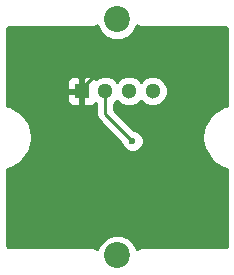
<source format=gbl>
G04 (created by PCBNEW (2013-may-18)-stable) date Sun 16 Aug 2015 06:52:27 PM CST*
%MOIN*%
G04 Gerber Fmt 3.4, Leading zero omitted, Abs format*
%FSLAX34Y34*%
G01*
G70*
G90*
G04 APERTURE LIST*
%ADD10C,0.00590551*%
%ADD11C,0.0866142*%
%ADD12R,0.0511811X0.0511811*%
%ADD13C,0.0511811*%
%ADD14C,0.023622*%
%ADD15C,0.01*%
G04 APERTURE END LIST*
G54D10*
G54D11*
X82677Y-51181D03*
X82677Y-59055D03*
G54D12*
X81496Y-53582D03*
G54D13*
X82283Y-53582D03*
X83070Y-53582D03*
X83858Y-53582D03*
G54D14*
X83188Y-55236D03*
X83661Y-54291D03*
G54D15*
X82283Y-53582D02*
X82283Y-54330D01*
X82283Y-54330D02*
X83188Y-55236D01*
X81496Y-53582D02*
X81496Y-53464D01*
X84015Y-54291D02*
X83661Y-54291D01*
X84409Y-53897D02*
X84015Y-54291D01*
X84409Y-53307D02*
X84409Y-53897D01*
X84133Y-53031D02*
X84409Y-53307D01*
X81929Y-53031D02*
X84133Y-53031D01*
X81496Y-53464D02*
X81929Y-53031D01*
G54D10*
G36*
X86344Y-58713D02*
X86336Y-58755D01*
X86327Y-58768D01*
X86314Y-58777D01*
X86272Y-58785D01*
X84364Y-58785D01*
X84364Y-53482D01*
X84287Y-53296D01*
X84145Y-53154D01*
X83959Y-53076D01*
X83758Y-53076D01*
X83572Y-53153D01*
X83464Y-53260D01*
X83357Y-53154D01*
X83171Y-53076D01*
X82970Y-53076D01*
X82784Y-53153D01*
X82677Y-53260D01*
X82570Y-53154D01*
X82384Y-53076D01*
X82183Y-53076D01*
X81997Y-53153D01*
X81964Y-53186D01*
X81963Y-53184D01*
X81893Y-53114D01*
X81801Y-53076D01*
X81608Y-53076D01*
X81546Y-53139D01*
X81546Y-53532D01*
X81553Y-53532D01*
X81553Y-53632D01*
X81546Y-53632D01*
X81546Y-54026D01*
X81608Y-54088D01*
X81801Y-54088D01*
X81893Y-54050D01*
X81963Y-53980D01*
X81964Y-53979D01*
X81983Y-53998D01*
X81983Y-54330D01*
X82006Y-54445D01*
X82071Y-54542D01*
X82820Y-55292D01*
X82820Y-55309D01*
X82876Y-55444D01*
X82980Y-55548D01*
X83115Y-55604D01*
X83261Y-55604D01*
X83397Y-55548D01*
X83500Y-55445D01*
X83557Y-55309D01*
X83557Y-55163D01*
X83501Y-55027D01*
X83397Y-54924D01*
X83262Y-54868D01*
X83245Y-54868D01*
X82583Y-54206D01*
X82583Y-53998D01*
X82677Y-53904D01*
X82783Y-54011D01*
X82969Y-54088D01*
X83171Y-54088D01*
X83357Y-54011D01*
X83464Y-53904D01*
X83571Y-54011D01*
X83757Y-54088D01*
X83958Y-54088D01*
X84144Y-54011D01*
X84286Y-53869D01*
X84364Y-53683D01*
X84364Y-53482D01*
X84364Y-58785D01*
X83503Y-58785D01*
X83477Y-58790D01*
X83451Y-58790D01*
X83427Y-58800D01*
X83400Y-58805D01*
X83378Y-58821D01*
X83354Y-58830D01*
X83336Y-58848D01*
X83332Y-58851D01*
X83256Y-58668D01*
X83064Y-58476D01*
X82813Y-58372D01*
X82541Y-58371D01*
X82290Y-58475D01*
X82098Y-58667D01*
X82022Y-58851D01*
X82018Y-58849D01*
X82000Y-58830D01*
X81975Y-58820D01*
X81953Y-58805D01*
X81927Y-58800D01*
X81902Y-58790D01*
X81876Y-58790D01*
X81850Y-58785D01*
X81446Y-58785D01*
X81446Y-54026D01*
X81446Y-53632D01*
X81446Y-53532D01*
X81446Y-53139D01*
X81383Y-53076D01*
X81190Y-53076D01*
X81098Y-53114D01*
X81028Y-53184D01*
X80990Y-53276D01*
X80990Y-53376D01*
X80990Y-53470D01*
X81052Y-53532D01*
X81446Y-53532D01*
X81446Y-53632D01*
X81052Y-53632D01*
X80990Y-53695D01*
X80990Y-53789D01*
X80990Y-53888D01*
X81028Y-53980D01*
X81098Y-54050D01*
X81190Y-54088D01*
X81383Y-54088D01*
X81446Y-54026D01*
X81446Y-58785D01*
X79082Y-58785D01*
X79039Y-58777D01*
X79027Y-58768D01*
X79018Y-58755D01*
X79009Y-58713D01*
X79009Y-56166D01*
X79107Y-56146D01*
X79109Y-56146D01*
X79206Y-56106D01*
X79473Y-55927D01*
X79474Y-55927D01*
X79548Y-55852D01*
X79728Y-55584D01*
X79768Y-55487D01*
X79768Y-55486D01*
X79831Y-55171D01*
X79831Y-55170D01*
X79831Y-55170D01*
X79831Y-55118D01*
X79831Y-55065D01*
X79831Y-55065D01*
X79831Y-55065D01*
X79768Y-54750D01*
X79768Y-54748D01*
X79728Y-54651D01*
X79548Y-54383D01*
X79474Y-54309D01*
X79473Y-54308D01*
X79206Y-54130D01*
X79109Y-54089D01*
X79107Y-54089D01*
X79009Y-54070D01*
X79009Y-51522D01*
X79018Y-51481D01*
X79027Y-51467D01*
X79039Y-51459D01*
X79082Y-51450D01*
X81850Y-51450D01*
X81876Y-51445D01*
X81902Y-51445D01*
X81927Y-51435D01*
X81953Y-51430D01*
X81975Y-51415D01*
X82000Y-51405D01*
X82018Y-51386D01*
X82022Y-51384D01*
X82097Y-51567D01*
X82289Y-51759D01*
X82540Y-51864D01*
X82812Y-51864D01*
X83063Y-51760D01*
X83255Y-51568D01*
X83332Y-51384D01*
X83336Y-51387D01*
X83354Y-51405D01*
X83378Y-51415D01*
X83400Y-51430D01*
X83427Y-51435D01*
X83451Y-51445D01*
X83477Y-51445D01*
X83503Y-51450D01*
X86272Y-51450D01*
X86314Y-51459D01*
X86327Y-51467D01*
X86336Y-51480D01*
X86344Y-51523D01*
X86344Y-54069D01*
X86246Y-54089D01*
X86244Y-54089D01*
X86147Y-54129D01*
X85879Y-54309D01*
X85805Y-54383D01*
X85804Y-54385D01*
X85626Y-54651D01*
X85585Y-54748D01*
X85585Y-54750D01*
X85522Y-55065D01*
X85522Y-55065D01*
X85522Y-55065D01*
X85522Y-55118D01*
X85522Y-55170D01*
X85522Y-55170D01*
X85522Y-55170D01*
X85585Y-55485D01*
X85585Y-55487D01*
X85626Y-55584D01*
X85804Y-55851D01*
X85805Y-55852D01*
X85879Y-55926D01*
X86147Y-56106D01*
X86244Y-56146D01*
X86246Y-56146D01*
X86344Y-56166D01*
X86344Y-58713D01*
X86344Y-58713D01*
G37*
G54D15*
X86344Y-58713D02*
X86336Y-58755D01*
X86327Y-58768D01*
X86314Y-58777D01*
X86272Y-58785D01*
X84364Y-58785D01*
X84364Y-53482D01*
X84287Y-53296D01*
X84145Y-53154D01*
X83959Y-53076D01*
X83758Y-53076D01*
X83572Y-53153D01*
X83464Y-53260D01*
X83357Y-53154D01*
X83171Y-53076D01*
X82970Y-53076D01*
X82784Y-53153D01*
X82677Y-53260D01*
X82570Y-53154D01*
X82384Y-53076D01*
X82183Y-53076D01*
X81997Y-53153D01*
X81964Y-53186D01*
X81963Y-53184D01*
X81893Y-53114D01*
X81801Y-53076D01*
X81608Y-53076D01*
X81546Y-53139D01*
X81546Y-53532D01*
X81553Y-53532D01*
X81553Y-53632D01*
X81546Y-53632D01*
X81546Y-54026D01*
X81608Y-54088D01*
X81801Y-54088D01*
X81893Y-54050D01*
X81963Y-53980D01*
X81964Y-53979D01*
X81983Y-53998D01*
X81983Y-54330D01*
X82006Y-54445D01*
X82071Y-54542D01*
X82820Y-55292D01*
X82820Y-55309D01*
X82876Y-55444D01*
X82980Y-55548D01*
X83115Y-55604D01*
X83261Y-55604D01*
X83397Y-55548D01*
X83500Y-55445D01*
X83557Y-55309D01*
X83557Y-55163D01*
X83501Y-55027D01*
X83397Y-54924D01*
X83262Y-54868D01*
X83245Y-54868D01*
X82583Y-54206D01*
X82583Y-53998D01*
X82677Y-53904D01*
X82783Y-54011D01*
X82969Y-54088D01*
X83171Y-54088D01*
X83357Y-54011D01*
X83464Y-53904D01*
X83571Y-54011D01*
X83757Y-54088D01*
X83958Y-54088D01*
X84144Y-54011D01*
X84286Y-53869D01*
X84364Y-53683D01*
X84364Y-53482D01*
X84364Y-58785D01*
X83503Y-58785D01*
X83477Y-58790D01*
X83451Y-58790D01*
X83427Y-58800D01*
X83400Y-58805D01*
X83378Y-58821D01*
X83354Y-58830D01*
X83336Y-58848D01*
X83332Y-58851D01*
X83256Y-58668D01*
X83064Y-58476D01*
X82813Y-58372D01*
X82541Y-58371D01*
X82290Y-58475D01*
X82098Y-58667D01*
X82022Y-58851D01*
X82018Y-58849D01*
X82000Y-58830D01*
X81975Y-58820D01*
X81953Y-58805D01*
X81927Y-58800D01*
X81902Y-58790D01*
X81876Y-58790D01*
X81850Y-58785D01*
X81446Y-58785D01*
X81446Y-54026D01*
X81446Y-53632D01*
X81446Y-53532D01*
X81446Y-53139D01*
X81383Y-53076D01*
X81190Y-53076D01*
X81098Y-53114D01*
X81028Y-53184D01*
X80990Y-53276D01*
X80990Y-53376D01*
X80990Y-53470D01*
X81052Y-53532D01*
X81446Y-53532D01*
X81446Y-53632D01*
X81052Y-53632D01*
X80990Y-53695D01*
X80990Y-53789D01*
X80990Y-53888D01*
X81028Y-53980D01*
X81098Y-54050D01*
X81190Y-54088D01*
X81383Y-54088D01*
X81446Y-54026D01*
X81446Y-58785D01*
X79082Y-58785D01*
X79039Y-58777D01*
X79027Y-58768D01*
X79018Y-58755D01*
X79009Y-58713D01*
X79009Y-56166D01*
X79107Y-56146D01*
X79109Y-56146D01*
X79206Y-56106D01*
X79473Y-55927D01*
X79474Y-55927D01*
X79548Y-55852D01*
X79728Y-55584D01*
X79768Y-55487D01*
X79768Y-55486D01*
X79831Y-55171D01*
X79831Y-55170D01*
X79831Y-55170D01*
X79831Y-55118D01*
X79831Y-55065D01*
X79831Y-55065D01*
X79831Y-55065D01*
X79768Y-54750D01*
X79768Y-54748D01*
X79728Y-54651D01*
X79548Y-54383D01*
X79474Y-54309D01*
X79473Y-54308D01*
X79206Y-54130D01*
X79109Y-54089D01*
X79107Y-54089D01*
X79009Y-54070D01*
X79009Y-51522D01*
X79018Y-51481D01*
X79027Y-51467D01*
X79039Y-51459D01*
X79082Y-51450D01*
X81850Y-51450D01*
X81876Y-51445D01*
X81902Y-51445D01*
X81927Y-51435D01*
X81953Y-51430D01*
X81975Y-51415D01*
X82000Y-51405D01*
X82018Y-51386D01*
X82022Y-51384D01*
X82097Y-51567D01*
X82289Y-51759D01*
X82540Y-51864D01*
X82812Y-51864D01*
X83063Y-51760D01*
X83255Y-51568D01*
X83332Y-51384D01*
X83336Y-51387D01*
X83354Y-51405D01*
X83378Y-51415D01*
X83400Y-51430D01*
X83427Y-51435D01*
X83451Y-51445D01*
X83477Y-51445D01*
X83503Y-51450D01*
X86272Y-51450D01*
X86314Y-51459D01*
X86327Y-51467D01*
X86336Y-51480D01*
X86344Y-51523D01*
X86344Y-54069D01*
X86246Y-54089D01*
X86244Y-54089D01*
X86147Y-54129D01*
X85879Y-54309D01*
X85805Y-54383D01*
X85804Y-54385D01*
X85626Y-54651D01*
X85585Y-54748D01*
X85585Y-54750D01*
X85522Y-55065D01*
X85522Y-55065D01*
X85522Y-55065D01*
X85522Y-55118D01*
X85522Y-55170D01*
X85522Y-55170D01*
X85522Y-55170D01*
X85585Y-55485D01*
X85585Y-55487D01*
X85626Y-55584D01*
X85804Y-55851D01*
X85805Y-55852D01*
X85879Y-55926D01*
X86147Y-56106D01*
X86244Y-56146D01*
X86246Y-56146D01*
X86344Y-56166D01*
X86344Y-58713D01*
M02*

</source>
